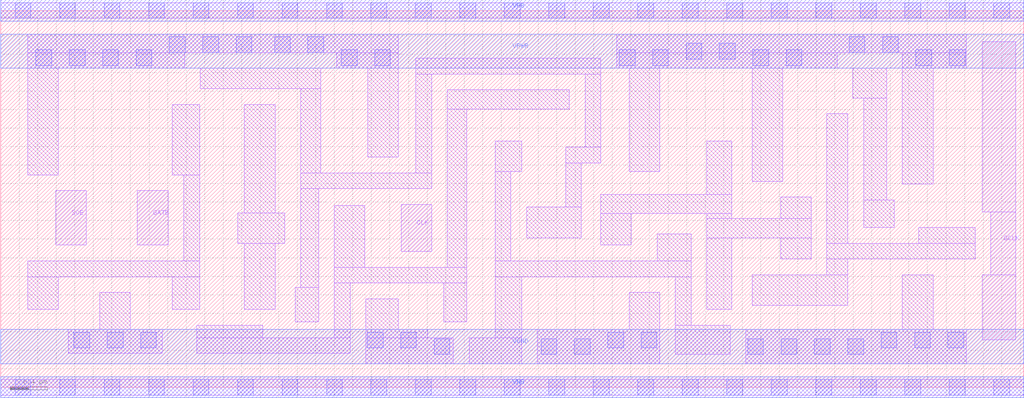
<source format=lef>
# Copyright 2020 The SkyWater PDK Authors
#
# Licensed under the Apache License, Version 2.0 (the "License");
# you may not use this file except in compliance with the License.
# You may obtain a copy of the License at
#
#     https://www.apache.org/licenses/LICENSE-2.0
#
# Unless required by applicable law or agreed to in writing, software
# distributed under the License is distributed on an "AS IS" BASIS,
# WITHOUT WARRANTIES OR CONDITIONS OF ANY KIND, either express or implied.
# See the License for the specific language governing permissions and
# limitations under the License.
#
# SPDX-License-Identifier: Apache-2.0

VERSION 5.5 ;
NAMESCASESENSITIVE ON ;
BUSBITCHARS "[]" ;
DIVIDERCHAR "/" ;
SITE unithvdbl
    SYMMETRY y  ;
    CLASS CORE  ;
    SIZE  0.480 BY 8.140 ;
END unithvdbl
MACRO sky130_fd_sc_hvl__sdlclkp_1
  CLASS CORE ;
  SOURCE USER ;
  ORIGIN  0.000000  0.000000 ;
  SIZE  11.04000 BY  4.070000 ;
  SYMMETRY X Y ;
  SITE unithv ;
  PIN GATE
    ANTENNAGATEAREA  0.585000 ;
    DIRECTION INPUT ;
    USE SIGNAL ;
    PORT
      LAYER li1 ;
        RECT 1.475000 1.535000 1.805000 2.125000 ;
    END
  END GATE
  PIN GCLK
    ANTENNADIFFAREA  0.596250 ;
    DIRECTION OUTPUT ;
    USE SIGNAL ;
    PORT
      LAYER li1 ;
        RECT 10.590000 0.515000 10.955000 1.215000 ;
        RECT 10.590000 1.895000 10.955000 3.735000 ;
        RECT 10.685000 1.215000 10.955000 1.895000 ;
    END
  END GCLK
  PIN SCE
    ANTENNAGATEAREA  0.585000 ;
    DIRECTION INPUT ;
    USE SIGNAL ;
    PORT
      LAYER li1 ;
        RECT 0.595000 1.535000 0.925000 2.125000 ;
    END
  END SCE
  PIN CLK
    ANTENNAGATEAREA  1.170000 ;
    DIRECTION INPUT ;
    USE CLOCK ;
    PORT
      LAYER li1 ;
        RECT 4.320000 1.465000 4.650000 1.975000 ;
    END
  END CLK
  PIN VGND
    DIRECTION INOUT ;
    USE GROUND ;
    PORT
      LAYER met1 ;
        RECT 0.000000 0.255000 11.040000 0.625000 ;
    END
  END VGND
  PIN VNB
    DIRECTION INOUT ;
    USE GROUND ;
    PORT
      LAYER met1 ;
        RECT 0.000000 -0.115000 11.040000 0.115000 ;
    END
  END VNB
  PIN VPB
    DIRECTION INOUT ;
    USE POWER ;
    PORT
      LAYER met1 ;
        RECT 0.000000 3.955000 11.040000 4.185000 ;
    END
  END VPB
  PIN VPWR
    DIRECTION INOUT ;
    USE POWER ;
    PORT
      LAYER met1 ;
        RECT 0.000000 3.445000 11.040000 3.815000 ;
    END
  END VPWR
  OBS
    LAYER li1 ;
      RECT 0.000000 -0.085000 11.040000 0.085000 ;
      RECT 0.000000  3.985000 11.040000 4.155000 ;
      RECT 0.290000  0.840000  0.620000 1.195000 ;
      RECT 0.290000  1.195000  2.145000 1.365000 ;
      RECT 0.290000  2.295000  0.620000 3.445000 ;
      RECT 0.290000  3.445000  1.985000 3.615000 ;
      RECT 0.290000  3.615000  4.290000 3.815000 ;
      RECT 0.730000  0.365000  1.740000 0.625000 ;
      RECT 1.070000  0.625000  1.400000 1.025000 ;
      RECT 1.850000  0.840000  2.145000 1.195000 ;
      RECT 1.850000  2.295000  2.145000 3.055000 ;
      RECT 1.975000  1.365000  2.145000 2.295000 ;
      RECT 2.115000  0.365000  3.770000 0.535000 ;
      RECT 2.115000  0.535000  2.825000 0.670000 ;
      RECT 2.155000  3.225000  3.455000 3.445000 ;
      RECT 2.555000  1.555000  3.065000 1.885000 ;
      RECT 2.630000  0.840000  2.960000 1.555000 ;
      RECT 2.630000  1.885000  2.960000 3.055000 ;
      RECT 3.180000  0.705000  3.430000 1.080000 ;
      RECT 3.235000  1.080000  3.430000 2.145000 ;
      RECT 3.235000  2.145000  4.650000 2.315000 ;
      RECT 3.235000  2.315000  3.455000 3.225000 ;
      RECT 3.600000  0.535000  3.770000 1.125000 ;
      RECT 3.600000  1.125000  5.030000 1.295000 ;
      RECT 3.600000  1.295000  3.930000 1.965000 ;
      RECT 3.625000  3.445000  4.290000 3.615000 ;
      RECT 3.940000  0.255000  4.885000 0.535000 ;
      RECT 3.940000  0.535000  4.610000 0.625000 ;
      RECT 3.940000  0.625000  4.290000 0.955000 ;
      RECT 3.960000  2.485000  4.290000 3.445000 ;
      RECT 4.480000  2.315000  4.650000 3.385000 ;
      RECT 4.480000  3.385000  6.475000 3.555000 ;
      RECT 4.780000  0.705000  5.030000 1.125000 ;
      RECT 4.820000  1.295000  5.030000 3.005000 ;
      RECT 4.820000  3.005000  6.135000 3.215000 ;
      RECT 5.055000  0.255000  5.620000 0.535000 ;
      RECT 5.335000  0.535000  5.620000 1.195000 ;
      RECT 5.335000  1.195000  7.450000 1.365000 ;
      RECT 5.335000  1.365000  5.505000 2.330000 ;
      RECT 5.335000  2.330000  5.620000 2.660000 ;
      RECT 5.675000  1.615000  6.265000 1.945000 ;
      RECT 5.790000  0.255000  7.110000 0.625000 ;
      RECT 6.095000  1.945000  6.265000 2.425000 ;
      RECT 6.095000  2.425000  6.475000 2.595000 ;
      RECT 6.305000  2.595000  6.475000 3.385000 ;
      RECT 6.475000  1.535000  6.805000 1.875000 ;
      RECT 6.475000  1.875000  7.890000 2.085000 ;
      RECT 6.645000  3.445000  9.025000 3.615000 ;
      RECT 6.645000  3.615000 10.420000 3.815000 ;
      RECT 6.780000  0.625000  7.110000 1.025000 ;
      RECT 6.780000  2.330000  7.110000 3.445000 ;
      RECT 7.085000  1.365000  7.450000 1.655000 ;
      RECT 7.280000  0.355000  7.870000 0.670000 ;
      RECT 7.280000  0.670000  7.450000 1.195000 ;
      RECT 7.620000  0.840000  7.890000 1.615000 ;
      RECT 7.620000  1.615000  8.745000 1.825000 ;
      RECT 7.620000  1.825000  7.890000 1.875000 ;
      RECT 7.620000  2.085000  7.890000 2.660000 ;
      RECT 8.040000  0.255000 10.420000 0.625000 ;
      RECT 8.110000  0.885000  9.140000 1.215000 ;
      RECT 8.110000  2.225000  8.440000 3.445000 ;
      RECT 8.415000  1.385000  8.745000 1.615000 ;
      RECT 8.415000  1.825000  8.745000 2.055000 ;
      RECT 8.915000  1.215000  9.140000 1.385000 ;
      RECT 8.915000  1.385000 10.515000 1.555000 ;
      RECT 8.915000  1.555000  9.140000 2.955000 ;
      RECT 9.195000  3.125000  9.560000 3.445000 ;
      RECT 9.310000  1.725000  9.640000 2.025000 ;
      RECT 9.310000  2.025000  9.560000 3.125000 ;
      RECT 9.730000  0.625000 10.060000 1.215000 ;
      RECT 9.730000  2.195000 10.060000 3.445000 ;
      RECT 9.730000  3.445000 10.420000 3.615000 ;
      RECT 9.905000  1.555000 10.515000 1.725000 ;
    LAYER mcon ;
      RECT  0.155000 -0.085000  0.325000 0.085000 ;
      RECT  0.155000  3.985000  0.325000 4.155000 ;
      RECT  0.380000  3.475000  0.550000 3.645000 ;
      RECT  0.635000 -0.085000  0.805000 0.085000 ;
      RECT  0.635000  3.985000  0.805000 4.155000 ;
      RECT  0.740000  3.475000  0.910000 3.645000 ;
      RECT  0.790000  0.425000  0.960000 0.595000 ;
      RECT  1.100000  3.475000  1.270000 3.645000 ;
      RECT  1.115000 -0.085000  1.285000 0.085000 ;
      RECT  1.115000  3.985000  1.285000 4.155000 ;
      RECT  1.150000  0.425000  1.320000 0.595000 ;
      RECT  1.460000  3.475000  1.630000 3.645000 ;
      RECT  1.510000  0.425000  1.680000 0.595000 ;
      RECT  1.595000 -0.085000  1.765000 0.085000 ;
      RECT  1.595000  3.985000  1.765000 4.155000 ;
      RECT  1.820000  3.615000  1.990000 3.785000 ;
      RECT  2.075000 -0.085000  2.245000 0.085000 ;
      RECT  2.075000  3.985000  2.245000 4.155000 ;
      RECT  2.180000  3.615000  2.350000 3.785000 ;
      RECT  2.540000  3.615000  2.710000 3.785000 ;
      RECT  2.555000 -0.085000  2.725000 0.085000 ;
      RECT  2.555000  3.985000  2.725000 4.155000 ;
      RECT  2.955000  3.615000  3.125000 3.785000 ;
      RECT  3.035000 -0.085000  3.205000 0.085000 ;
      RECT  3.035000  3.985000  3.205000 4.155000 ;
      RECT  3.315000  3.615000  3.485000 3.785000 ;
      RECT  3.515000 -0.085000  3.685000 0.085000 ;
      RECT  3.515000  3.985000  3.685000 4.155000 ;
      RECT  3.675000  3.475000  3.845000 3.645000 ;
      RECT  3.955000  0.425000  4.125000 0.595000 ;
      RECT  3.995000 -0.085000  4.165000 0.085000 ;
      RECT  3.995000  3.985000  4.165000 4.155000 ;
      RECT  4.035000  3.475000  4.205000 3.645000 ;
      RECT  4.315000  0.425000  4.485000 0.595000 ;
      RECT  4.475000 -0.085000  4.645000 0.085000 ;
      RECT  4.475000  3.985000  4.645000 4.155000 ;
      RECT  4.675000  0.355000  4.845000 0.525000 ;
      RECT  4.955000 -0.085000  5.125000 0.085000 ;
      RECT  4.955000  3.985000  5.125000 4.155000 ;
      RECT  5.435000 -0.085000  5.605000 0.085000 ;
      RECT  5.435000  3.985000  5.605000 4.155000 ;
      RECT  5.830000  0.355000  6.000000 0.525000 ;
      RECT  5.915000 -0.085000  6.085000 0.085000 ;
      RECT  5.915000  3.985000  6.085000 4.155000 ;
      RECT  6.190000  0.355000  6.360000 0.525000 ;
      RECT  6.395000 -0.085000  6.565000 0.085000 ;
      RECT  6.395000  3.985000  6.565000 4.155000 ;
      RECT  6.550000  0.425000  6.720000 0.595000 ;
      RECT  6.675000  3.475000  6.845000 3.645000 ;
      RECT  6.875000 -0.085000  7.045000 0.085000 ;
      RECT  6.875000  3.985000  7.045000 4.155000 ;
      RECT  6.910000  0.425000  7.080000 0.595000 ;
      RECT  7.035000  3.475000  7.205000 3.645000 ;
      RECT  7.355000 -0.085000  7.525000 0.085000 ;
      RECT  7.355000  3.985000  7.525000 4.155000 ;
      RECT  7.395000  3.545000  7.565000 3.715000 ;
      RECT  7.755000  3.545000  7.925000 3.715000 ;
      RECT  7.835000 -0.085000  8.005000 0.085000 ;
      RECT  7.835000  3.985000  8.005000 4.155000 ;
      RECT  8.060000  0.355000  8.230000 0.525000 ;
      RECT  8.115000  3.475000  8.285000 3.645000 ;
      RECT  8.315000 -0.085000  8.485000 0.085000 ;
      RECT  8.315000  3.985000  8.485000 4.155000 ;
      RECT  8.420000  0.355000  8.590000 0.525000 ;
      RECT  8.475000  3.475000  8.645000 3.645000 ;
      RECT  8.780000  0.355000  8.950000 0.525000 ;
      RECT  8.795000 -0.085000  8.965000 0.085000 ;
      RECT  8.795000  3.985000  8.965000 4.155000 ;
      RECT  9.140000  0.355000  9.310000 0.525000 ;
      RECT  9.155000  3.615000  9.325000 3.785000 ;
      RECT  9.275000 -0.085000  9.445000 0.085000 ;
      RECT  9.275000  3.985000  9.445000 4.155000 ;
      RECT  9.500000  0.425000  9.670000 0.595000 ;
      RECT  9.515000  3.615000  9.685000 3.785000 ;
      RECT  9.755000 -0.085000  9.925000 0.085000 ;
      RECT  9.755000  3.985000  9.925000 4.155000 ;
      RECT  9.860000  0.425000 10.030000 0.595000 ;
      RECT  9.875000  3.475000 10.045000 3.645000 ;
      RECT 10.220000  0.425000 10.390000 0.595000 ;
      RECT 10.235000 -0.085000 10.405000 0.085000 ;
      RECT 10.235000  3.475000 10.405000 3.645000 ;
      RECT 10.235000  3.985000 10.405000 4.155000 ;
      RECT 10.715000 -0.085000 10.885000 0.085000 ;
      RECT 10.715000  3.985000 10.885000 4.155000 ;
  END
END sky130_fd_sc_hvl__sdlclkp_1
END LIBRARY

</source>
